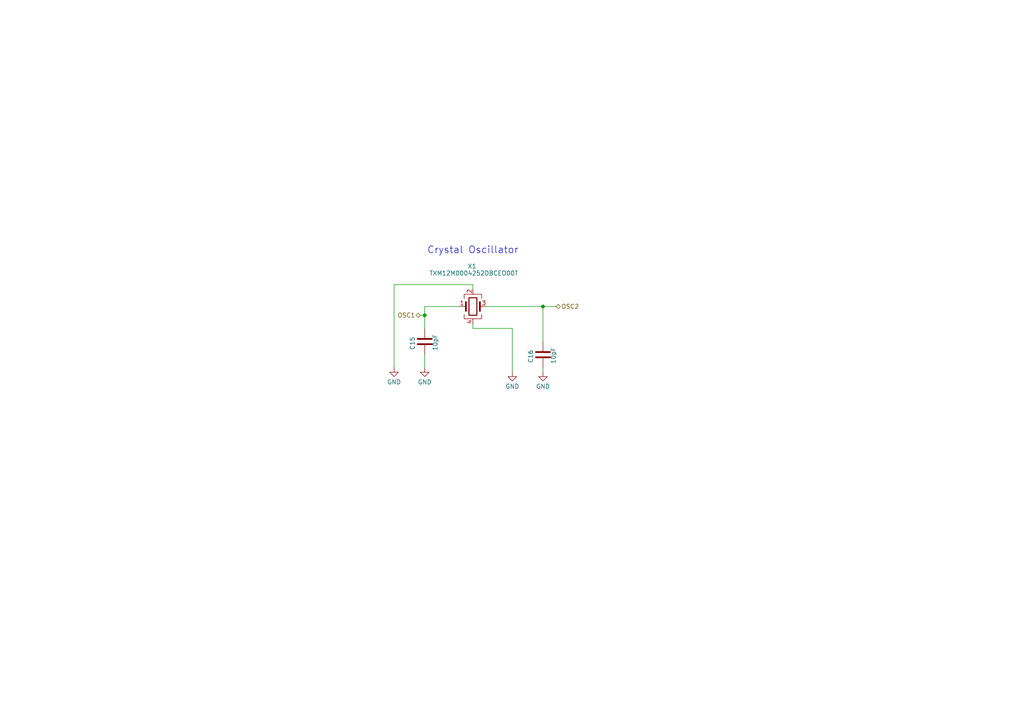
<source format=kicad_sch>
(kicad_sch (version 20231120) (generator "eeschema") (generator_version "8.0")
  (paper "A4")
  (title_block (date "2024-05-30") (rev "0.2.0"))
  (lib_symbols
    (symbol "Device:C" (pin_numbers hide) (pin_names (offset 0.254))
      (property "Reference" "C" (at 0.635 2.54 0))
      (property "Value" "C" (at 0.635 -2.54 0))
      (symbol "C_0_1"
        (polyline (pts (xy -2.032 -0.762) (xy 2.032 -0.762)) (stroke (width 0.508)))
        (polyline (pts (xy -2.032 0.762) (xy 2.032 0.762)) (stroke (width 0.508)))
      )
      (symbol "C_1_1"
        (pin passive line (at 0 3.81 270) (length 2.794) (name "~") (number "1"))
        (pin passive line (at 0 -3.81 90) (length 2.794) (name "~") (number "2"))
      )
    )
    (symbol "Device:Crystal_GND24" (pin_names (offset 1.016) hide)
      (property "Reference" "Y" (at 3.175 5.08 0))
      (property "Value" "Crystal_GND24" (at 3.175 3.175 0))
      (symbol "Crystal_GND24_0_1"
        (rectangle (start -1.143 2.54) (end 1.143 -2.54) (stroke (width 0.3048)))
        (polyline (pts (xy -2.54 0) (xy -2.032 0)))
        (polyline (pts (xy -2.032 -1.27) (xy -2.032 1.27)) (stroke (width 0.508)))
        (polyline (pts (xy 0 -3.81) (xy 0 -3.556)))
        (polyline (pts (xy 0 3.556) (xy 0 3.81)))
        (polyline (pts (xy 2.032 -1.27) (xy 2.032 1.27)) (stroke (width 0.508)))
        (polyline (pts (xy 2.032 0) (xy 2.54 0)))
        (polyline (pts (xy -2.54 -2.286) (xy -2.54 -3.556) (xy 2.54 -3.556) (xy 2.54 -2.286)))
        (polyline (pts (xy -2.54 2.286) (xy -2.54 3.556) (xy 2.54 3.556) (xy 2.54 2.286)))
      )
      (symbol "Crystal_GND24_1_1"
        (pin passive line (at -3.81 0 0) (length 1.27) (name "1") (number "1"))
        (pin passive line (at 0 5.08 270) (length 1.27) (name "2") (number "2"))
        (pin passive line (at 3.81 0 180) (length 1.27) (name "3") (number "3"))
        (pin passive line (at 0 -5.08 90) (length 1.27) (name "4") (number "4"))
      )
    )
    (symbol "power:GND" (power) (pin_numbers hide) (pin_names (offset 0) hide)
      (property "Value" "GND" (at 0 -3.81 0))
      (symbol "GND_0_1"
        (polyline (pts (xy 0 0) (xy 0 -1.27) (xy 1.27 -1.27) (xy 0 -2.54) (xy -1.27 -1.27) (xy 0 -1.27)))
      )
      (symbol "GND_1_1"
        (pin power_in line (at 0 0 270) (length 0) (name "~") (number "1"))
      )
    )
  )
  (junction (at 157.48 88.9))
  (junction (at 123.19 91.44))
  (wire (pts (xy 121.92 91.44) (xy 123.19 91.44)))
  (wire (pts (xy 137.16 82.55) (xy 137.16 83.82)))
  (wire (pts (xy 114.3 82.55) (xy 114.3 106.68)))
  (wire (pts (xy 114.3 82.55) (xy 137.16 82.55)))
  (wire (pts (xy 137.16 93.98) (xy 137.16 95.25)))
  (wire (pts (xy 123.19 95.25) (xy 123.19 91.44)))
  (wire (pts (xy 123.19 102.87) (xy 123.19 106.68)))
  (wire (pts (xy 123.19 91.44) (xy 123.19 88.9)))
  (wire (pts (xy 148.59 95.25) (xy 148.59 107.95)))
  (wire (pts (xy 140.97 88.9) (xy 157.48 88.9)))
  (wire (pts (xy 157.48 106.68) (xy 157.48 107.95)))
  (wire (pts (xy 157.48 88.9) (xy 157.48 99.06)))
  (wire (pts (xy 123.19 88.9) (xy 133.35 88.9)))
  (wire (pts (xy 157.48 88.9) (xy 161.29 88.9)))
  (wire (pts (xy 137.16 95.25) (xy 148.59 95.25)))
  (text "Crystal Oscillator" (at 137.16 72.644 0) (effects (font (size 2 2))))
  (hierarchical_label "OSC2" (shape bidirectional) (at 161.29 88.9 0))
  (hierarchical_label "OSC1" (shape bidirectional) (at 121.92 91.44 180))
  (symbol (lib_id "power:GND") (at 123.19 106.68 0) (unit 1)
    (property "Reference" "#PWR53" (effects (hide yes)))
    (property "Value" "GND" (at 123.19 110.8131 0))
    (property "Description" "Power symbol creates a global label with name \"GND\" , ground" (effects (hide yes)))
  )
  (symbol (lib_id "Device:Crystal_GND24") (at 137.16 88.9 0) (unit 1)
    (property "Reference" "X1" (at 136.906 77.216 0))
    (property "Value" "TXM12M0004252DBCEO00T" (at 137.414 79.248 0))
    (property "Footprint" "Crystal:Crystal_SMD_2520-4Pin_2.5x2.0mm" (effects (hide yes)))
    (property "Description" "Four pin crystal, GND on pins 2 and 4" (effects (hide yes)))
    (property "LCSC" "C284154" (effects (hide yes)))
  )
  (symbol (lib_id "power:GND") (at 114.3 106.68 0) (unit 1)
    (property "Reference" "#PWR52" (effects (hide yes)))
    (property "Value" "GND" (at 114.3 110.8131 0))
    (property "Description" "Power symbol creates a global label with name \"GND\" , ground" (effects (hide yes)))
  )
  (symbol (lib_id "power:GND") (at 148.59 107.95 0) (unit 1)
    (property "Reference" "#PWR54" (effects (hide yes)))
    (property "Value" "GND" (at 148.59 112.0831 0))
    (property "Description" "Power symbol creates a global label with name \"GND\" , ground" (effects (hide yes)))
  )
  (symbol (lib_id "power:GND") (at 157.48 107.95 0) (unit 1)
    (property "Reference" "#PWR55" (effects (hide yes)))
    (property "Value" "GND" (at 157.48 112.0831 0))
    (property "Description" "Power symbol creates a global label with name \"GND\" , ground" (effects (hide yes)))
  )
  (symbol (lib_id "Device:C") (at 157.48 102.87 180) (unit 1)
    (property "Reference" "C16" (at 153.924 103.378 90))
    (property "Value" "10pF" (at 160.528 103.124 90))
    (property "Footprint" "Capacitor_SMD:C_0805_2012Metric" (effects (hide yes)))
    (property "Description" "Unpolarized capacitor" (effects (hide yes)))
  )
  (symbol (lib_id "Device:C") (at 123.19 99.06 180) (unit 1)
    (property "Reference" "C15" (at 119.634 99.568 90))
    (property "Value" "10pF" (at 126.238 99.314 90))
    (property "Footprint" "Capacitor_SMD:C_0805_2012Metric" (effects (hide yes)))
    (property "Description" "Unpolarized capacitor" (effects (hide yes)))
  )
)
</source>
